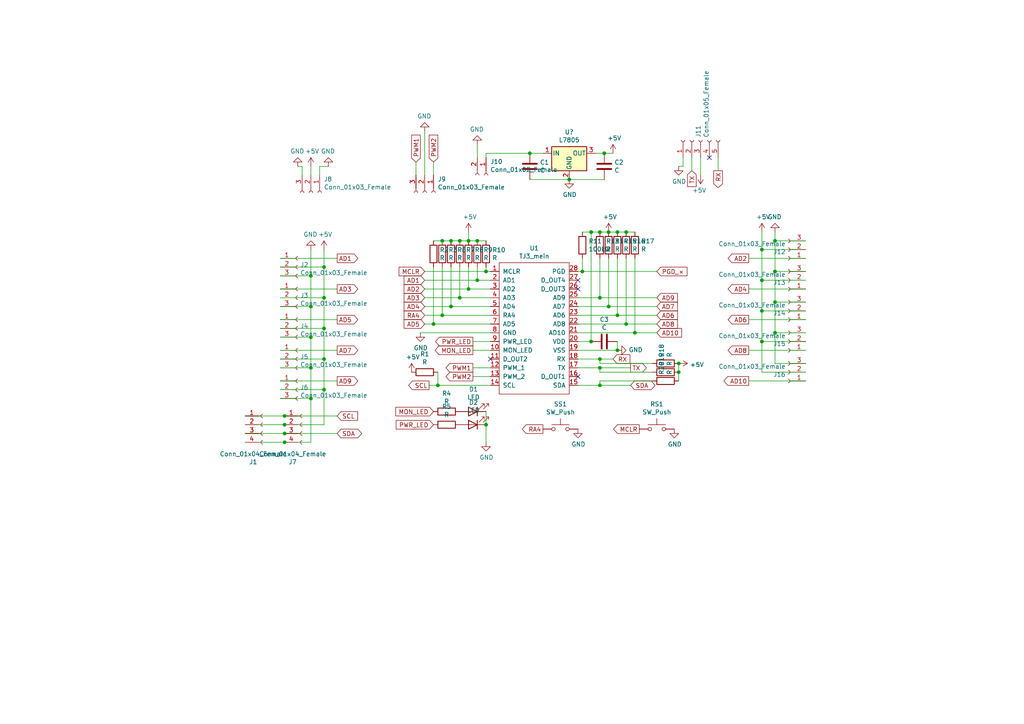
<source format=kicad_sch>
(kicad_sch (version 20211123) (generator eeschema)
  (paper "A4")
  (lib_symbols
    (symbol "Connector:Conn_01x02_Female" (pin_names (offset 1.016) hide)
      (property "Reference" "J" (at 0 2.54 0))
      (property "Value" "Conn_01x02_Female" (at 0 -5.08 0))
      (symbol "Conn_01x02_Female_1_1"
        (arc (start 0 -2.032) (mid -0.508 -2.54) (end 0 -3.048) (stroke (width 0.1524)))
        (polyline (pts (xy -1.27 -2.54) (xy -0.508 -2.54)) (stroke (width 0.1524)))
        (polyline (pts (xy -1.27 0) (xy -0.508 0)) (stroke (width 0.1524)))
        (arc (start 0 0.508) (mid -0.508 0) (end 0 -0.508) (stroke (width 0.1524)))
        (pin passive line (at -5.08 0 0) (length 3.81) (name "Pin_1") (number "1"))
        (pin passive line (at -5.08 -2.54 0) (length 3.81) (name "Pin_2") (number "2"))
      )
    )
    (symbol "Connector:Conn_01x03_Female" (pin_names (offset 1.016) hide)
      (property "Reference" "J" (at 0 5.08 0))
      (property "Value" "Conn_01x03_Female" (at 0 -5.08 0))
      (symbol "Conn_01x03_Female_1_1"
        (arc (start 0 -2.032) (mid -0.508 -2.54) (end 0 -3.048) (stroke (width 0.1524)))
        (polyline (pts (xy -1.27 -2.54) (xy -0.508 -2.54)) (stroke (width 0.1524)))
        (polyline (pts (xy -1.27 0) (xy -0.508 0)) (stroke (width 0.1524)))
        (polyline (pts (xy -1.27 2.54) (xy -0.508 2.54)) (stroke (width 0.1524)))
        (arc (start 0 0.508) (mid -0.508 0) (end 0 -0.508) (stroke (width 0.1524)))
        (arc (start 0 3.048) (mid -0.508 2.54) (end 0 2.032) (stroke (width 0.1524)))
        (pin passive line (at -5.08 2.54 0) (length 3.81) (name "Pin_1") (number "1"))
        (pin passive line (at -5.08 0 0) (length 3.81) (name "Pin_2") (number "2"))
        (pin passive line (at -5.08 -2.54 0) (length 3.81) (name "Pin_3") (number "3"))
      )
    )
    (symbol "Connector:Conn_01x04_Female" (pin_names (offset 1.016) hide)
      (property "Reference" "J" (at 0 5.08 0))
      (property "Value" "Conn_01x04_Female" (at 0 -7.62 0))
      (symbol "Conn_01x04_Female_1_1"
        (arc (start 0 -4.572) (mid -0.508 -5.08) (end 0 -5.588) (stroke (width 0.1524)))
        (arc (start 0 -2.032) (mid -0.508 -2.54) (end 0 -3.048) (stroke (width 0.1524)))
        (polyline (pts (xy -1.27 -5.08) (xy -0.508 -5.08)) (stroke (width 0.1524)))
        (polyline (pts (xy -1.27 -2.54) (xy -0.508 -2.54)) (stroke (width 0.1524)))
        (polyline (pts (xy -1.27 0) (xy -0.508 0)) (stroke (width 0.1524)))
        (polyline (pts (xy -1.27 2.54) (xy -0.508 2.54)) (stroke (width 0.1524)))
        (arc (start 0 0.508) (mid -0.508 0) (end 0 -0.508) (stroke (width 0.1524)))
        (arc (start 0 3.048) (mid -0.508 2.54) (end 0 2.032) (stroke (width 0.1524)))
        (pin passive line (at -5.08 2.54 0) (length 3.81) (name "Pin_1") (number "1"))
        (pin passive line (at -5.08 0 0) (length 3.81) (name "Pin_2") (number "2"))
        (pin passive line (at -5.08 -2.54 0) (length 3.81) (name "Pin_3") (number "3"))
        (pin passive line (at -5.08 -5.08 0) (length 3.81) (name "Pin_4") (number "4"))
      )
    )
    (symbol "Connector:Conn_01x05_Female" (pin_names (offset 1.016) hide)
      (property "Reference" "J" (at 0 7.62 0))
      (property "Value" "Conn_01x05_Female" (at 0 -7.62 0))
      (symbol "Conn_01x05_Female_1_1"
        (arc (start 0 -4.572) (mid -0.508 -5.08) (end 0 -5.588) (stroke (width 0.1524)))
        (arc (start 0 -2.032) (mid -0.508 -2.54) (end 0 -3.048) (stroke (width 0.1524)))
        (polyline (pts (xy -1.27 -5.08) (xy -0.508 -5.08)) (stroke (width 0.1524)))
        (polyline (pts (xy -1.27 -2.54) (xy -0.508 -2.54)) (stroke (width 0.1524)))
        (polyline (pts (xy -1.27 0) (xy -0.508 0)) (stroke (width 0.1524)))
        (polyline (pts (xy -1.27 2.54) (xy -0.508 2.54)) (stroke (width 0.1524)))
        (polyline (pts (xy -1.27 5.08) (xy -0.508 5.08)) (stroke (width 0.1524)))
        (arc (start 0 0.508) (mid -0.508 0) (end 0 -0.508) (stroke (width 0.1524)))
        (arc (start 0 3.048) (mid -0.508 2.54) (end 0 2.032) (stroke (width 0.1524)))
        (arc (start 0 5.588) (mid -0.508 5.08) (end 0 4.572) (stroke (width 0.1524)))
        (pin passive line (at -5.08 5.08 0) (length 3.81) (name "Pin_1") (number "1"))
        (pin passive line (at -5.08 2.54 0) (length 3.81) (name "Pin_2") (number "2"))
        (pin passive line (at -5.08 0 0) (length 3.81) (name "Pin_3") (number "3"))
        (pin passive line (at -5.08 -2.54 0) (length 3.81) (name "Pin_4") (number "4"))
        (pin passive line (at -5.08 -5.08 0) (length 3.81) (name "Pin_5") (number "5"))
      )
    )
    (symbol "Device:C" (pin_numbers hide) (pin_names (offset 0.254))
      (property "Reference" "C" (at 0.635 2.54 0))
      (property "Value" "C" (at 0.635 -2.54 0))
      (symbol "C_0_1"
        (polyline (pts (xy -2.032 -0.762) (xy 2.032 -0.762)) (stroke (width 0.508)))
        (polyline (pts (xy -2.032 0.762) (xy 2.032 0.762)) (stroke (width 0.508)))
      )
      (symbol "C_1_1"
        (pin passive line (at 0 3.81 270) (length 2.794) (name "~") (number "1"))
        (pin passive line (at 0 -3.81 90) (length 2.794) (name "~") (number "2"))
      )
    )
    (symbol "Device:LED" (pin_numbers hide) (pin_names (offset 1.016) hide)
      (property "Reference" "D" (at 0 2.54 0))
      (property "Value" "LED" (at 0 -2.54 0))
      (symbol "LED_0_1"
        (polyline (pts (xy -1.27 -1.27) (xy -1.27 1.27)) (stroke (width 0.254)))
        (polyline (pts (xy -1.27 0) (xy 1.27 0)))
        (polyline (pts (xy 1.27 -1.27) (xy 1.27 1.27) (xy -1.27 0) (xy 1.27 -1.27)) (stroke (width 0.254)))
        (polyline (pts (xy -3.048 -0.762) (xy -4.572 -2.286) (xy -3.81 -2.286) (xy -4.572 -2.286) (xy -4.572 -1.524)))
        (polyline (pts (xy -1.778 -0.762) (xy -3.302 -2.286) (xy -2.54 -2.286) (xy -3.302 -2.286) (xy -3.302 -1.524)))
      )
      (symbol "LED_1_1"
        (pin passive line (at -3.81 0 0) (length 2.54) (name "K") (number "1"))
        (pin passive line (at 3.81 0 180) (length 2.54) (name "A") (number "2"))
      )
    )
    (symbol "Device:R" (pin_numbers hide) (pin_names (offset 0))
      (property "Reference" "R" (at 2.032 0 90))
      (property "Value" "R" (at 0 0 90))
      (symbol "R_0_1"
        (rectangle (start -1.016 -2.54) (end 1.016 2.54) (stroke (width 0.254)))
      )
      (symbol "R_1_1"
        (pin passive line (at 0 3.81 270) (length 1.27) (name "~") (number "1"))
        (pin passive line (at 0 -3.81 90) (length 1.27) (name "~") (number "2"))
      )
    )
    (symbol "Regulator_Linear:L7805" (pin_names (offset 0.254))
      (property "Reference" "U" (at -3.81 3.175 0))
      (property "Value" "L7805" (at 0 3.175 0))
      (symbol "L7805_0_1"
        (rectangle (start -5.08 1.905) (end 5.08 -5.08) (stroke (width 0.254)) (fill (type background)))
      )
      (symbol "L7805_1_1"
        (pin power_in line (at -7.62 0 0) (length 2.54) (name "IN") (number "1"))
        (pin power_in line (at 0 -7.62 90) (length 2.54) (name "GND") (number "2"))
        (pin power_out line (at 7.62 0 180) (length 2.54) (name "OUT") (number "3"))
      )
    )
    (symbol "Switch:SW_Push" (pin_numbers hide) (pin_names (offset 1.016) hide)
      (property "Reference" "SW" (at 1.27 2.54 0))
      (property "Value" "SW_Push" (at 0 -1.524 0))
      (symbol "SW_Push_0_1"
        (circle (center -2.032 0) (radius 0.508))
        (polyline (pts (xy 0 1.27) (xy 0 3.048)))
        (polyline (pts (xy 2.54 1.27) (xy -2.54 1.27)))
        (circle (center 2.032 0) (radius 0.508))
        (pin passive line (at -5.08 0 0) (length 2.54) (name "1") (number "1"))
        (pin passive line (at 5.08 0 180) (length 2.54) (name "2") (number "2"))
      )
    )
    (symbol "TJ3B-rescue:TJ3_mein-TJ3B_mein" (pin_names (offset 1.016))
      (property "Reference" "U" (at 0 19.05 0))
      (property "Value" "TJ3_mein-TJ3B_mein" (at 6.35 19.05 0))
      (symbol "TJ3_mein-TJ3B_mein_0_1"
        (rectangle (start -10.16 17.78) (end 10.16 -20.32))
      )
      (symbol "TJ3_mein-TJ3B_mein_1_1"
        (pin input line (at -12.7 15.24 0) (length 2.54) (name "MCLR") (number "1"))
        (pin input line (at -12.7 -7.62 0) (length 2.54) (name "MON_LED") (number "10"))
        (pin input line (at -12.7 -10.16 0) (length 2.54) (name "D_OUT2") (number "11"))
        (pin input line (at -12.7 -12.7 0) (length 2.54) (name "PWM_1") (number "12"))
        (pin input line (at -12.7 -15.24 0) (length 2.54) (name "PWM_2") (number "13"))
        (pin input line (at -12.7 -17.78 0) (length 2.54) (name "SCL") (number "14"))
        (pin input line (at 12.7 -17.78 180) (length 2.54) (name "SDA") (number "15"))
        (pin input line (at 12.7 -15.24 180) (length 2.54) (name "D_OUT1") (number "16"))
        (pin input line (at 12.7 -12.7 180) (length 2.54) (name "TX") (number "17"))
        (pin input line (at 12.7 -10.16 180) (length 2.54) (name "RX") (number "18"))
        (pin input line (at 12.7 -7.62 180) (length 2.54) (name "VSS") (number "19"))
        (pin input line (at -12.7 12.7 0) (length 2.54) (name "AD1") (number "2"))
        (pin input line (at 12.7 -5.08 180) (length 2.54) (name "VDD") (number "20"))
        (pin input line (at 12.7 -2.54 180) (length 2.54) (name "AD10") (number "21"))
        (pin input line (at 12.7 0 180) (length 2.54) (name "AD8") (number "22"))
        (pin input line (at 12.7 2.54 180) (length 2.54) (name "AD6") (number "23"))
        (pin input line (at 12.7 5.08 180) (length 2.54) (name "AD7") (number "24"))
        (pin input line (at 12.7 7.62 180) (length 2.54) (name "AD9") (number "25"))
        (pin input line (at 12.7 10.16 180) (length 2.54) (name "D_OUT3") (number "26"))
        (pin input line (at 12.7 12.7 180) (length 2.54) (name "D_OUT4") (number "27"))
        (pin input line (at 12.7 15.24 180) (length 2.54) (name "PGD") (number "28"))
        (pin input line (at -12.7 10.16 0) (length 2.54) (name "AD2") (number "3"))
        (pin input line (at -12.7 7.62 0) (length 2.54) (name "AD3") (number "4"))
        (pin input line (at -12.7 5.08 0) (length 2.54) (name "AD4") (number "5"))
        (pin input line (at -12.7 2.54 0) (length 2.54) (name "RA4") (number "6"))
        (pin input line (at -12.7 0 0) (length 2.54) (name "AD5") (number "7"))
        (pin input line (at -12.7 -2.54 0) (length 2.54) (name "GND") (number "8"))
        (pin input line (at -12.7 -5.08 0) (length 2.54) (name "PWR_LED") (number "9"))
      )
    )
    (symbol "power:+5V" (power) (pin_names (offset 0))
      (property "Value" "+5V" (at 0 3.556 0))
      (symbol "+5V_0_1"
        (polyline (pts (xy -0.762 1.27) (xy 0 2.54)))
        (polyline (pts (xy 0 0) (xy 0 2.54)))
        (polyline (pts (xy 0 2.54) (xy 0.762 1.27)))
      )
      (symbol "+5V_1_1"
        (pin power_in line (at 0 0 90) (length 0) hide (name "+5V") (number "1"))
      )
    )
    (symbol "power:GND" (power) (pin_names (offset 0))
      (property "Value" "GND" (at 0 -3.81 0))
      (symbol "GND_0_1"
        (polyline (pts (xy 0 0) (xy 0 -1.27) (xy 1.27 -1.27) (xy 0 -2.54) (xy -1.27 -1.27) (xy 0 -1.27)))
      )
      (symbol "GND_1_1"
        (pin power_in line (at 0 0 270) (length 0) hide (name "GND") (number "1"))
      )
    )
  )
  (junction (at 176.53 88.9))
  (junction (at 93.98 104.14))
  (junction (at 128.27 91.44))
  (junction (at 140.97 78.74))
  (junction (at 173.99 111.76))
  (junction (at 82.55 125.73))
  (junction (at 130.81 88.9))
  (junction (at 135.89 69.85))
  (junction (at 175.26 44.45))
  (junction (at 176.53 67.31))
  (junction (at 220.98 72.39))
  (junction (at 127 111.76))
  (junction (at 138.43 81.28))
  (junction (at 93.98 77.47))
  (junction (at 165.1 52.07))
  (junction (at 90.17 88.9))
  (junction (at 82.55 128.27))
  (junction (at 133.35 86.36))
  (junction (at 224.79 69.85))
  (junction (at 90.17 97.79))
  (junction (at 173.99 67.31))
  (junction (at 224.79 96.52))
  (junction (at 224.79 87.63))
  (junction (at 196.85 107.95))
  (junction (at 138.43 69.85))
  (junction (at 220.98 90.17))
  (junction (at 82.55 123.19))
  (junction (at 196.85 105.41))
  (junction (at 90.17 115.57))
  (junction (at 82.55 120.65))
  (junction (at 93.98 95.25))
  (junction (at 173.99 106.68))
  (junction (at 125.73 93.98))
  (junction (at 181.61 93.98))
  (junction (at 90.17 106.68))
  (junction (at 184.15 96.52))
  (junction (at 93.98 113.03))
  (junction (at 168.91 78.74))
  (junction (at 181.61 67.31))
  (junction (at 179.07 67.31))
  (junction (at 128.27 69.85))
  (junction (at 90.17 80.01))
  (junction (at 133.35 69.85))
  (junction (at 179.07 91.44))
  (junction (at 220.98 99.06))
  (junction (at 153.67 44.45))
  (junction (at 171.45 99.06))
  (junction (at 135.89 83.82))
  (junction (at 220.98 81.28))
  (junction (at 173.99 104.14))
  (junction (at 140.97 123.19))
  (junction (at 130.81 69.85))
  (junction (at 93.98 86.36))
  (junction (at 224.79 78.74))
  (junction (at 173.99 86.36))
  (junction (at 179.07 101.6))
  (junction (at 171.45 67.31))
  (no_connect (at 142.24 104.14))
  (no_connect (at 167.64 109.22))
  (no_connect (at 167.64 81.28))
  (no_connect (at 205.74 45.72))
  (no_connect (at 167.64 83.82))
  (wire (pts (xy 81.28 86.36) (xy 93.98 86.36)))
  (wire (pts (xy 82.55 128.27) (xy 90.17 128.27)))
  (wire (pts (xy 87.63 48.26) (xy 87.63 50.8)))
  (wire (pts (xy 173.99 110.49) (xy 173.99 111.76)))
  (wire (pts (xy 220.98 99.06) (xy 220.98 107.95)))
  (wire (pts (xy 138.43 69.85) (xy 140.97 69.85)))
  (wire (pts (xy 123.19 38.1) (xy 123.19 50.8)))
  (wire (pts (xy 93.98 104.14) (xy 93.98 95.25)))
  (wire (pts (xy 224.79 78.74) (xy 224.79 87.63)))
  (wire (pts (xy 130.81 77.47) (xy 130.81 88.9)))
  (wire (pts (xy 217.17 110.49) (xy 233.68 110.49)))
  (wire (pts (xy 130.81 69.85) (xy 133.35 69.85)))
  (wire (pts (xy 142.24 101.6) (xy 137.16 101.6)))
  (wire (pts (xy 133.35 69.85) (xy 135.89 69.85)))
  (wire (pts (xy 184.15 74.93) (xy 184.15 96.52)))
  (wire (pts (xy 128.27 69.85) (xy 130.81 69.85)))
  (wire (pts (xy 220.98 99.06) (xy 233.68 99.06)))
  (wire (pts (xy 220.98 90.17) (xy 233.68 90.17)))
  (wire (pts (xy 179.07 99.06) (xy 179.07 101.6)))
  (wire (pts (xy 173.99 111.76) (xy 167.64 111.76)))
  (wire (pts (xy 167.64 101.6) (xy 179.07 101.6)))
  (wire (pts (xy 125.73 69.85) (xy 128.27 69.85)))
  (wire (pts (xy 168.91 67.31) (xy 171.45 67.31)))
  (wire (pts (xy 82.55 128.27) (xy 71.12 128.27)))
  (wire (pts (xy 81.28 113.03) (xy 93.98 113.03)))
  (wire (pts (xy 181.61 67.31) (xy 184.15 67.31)))
  (wire (pts (xy 220.98 72.39) (xy 220.98 81.28)))
  (wire (pts (xy 138.43 81.28) (xy 142.24 81.28)))
  (wire (pts (xy 127 107.95) (xy 127 111.76)))
  (wire (pts (xy 224.79 87.63) (xy 233.68 87.63)))
  (wire (pts (xy 135.89 67.31) (xy 135.89 69.85)))
  (wire (pts (xy 123.19 86.36) (xy 133.35 86.36)))
  (wire (pts (xy 123.19 83.82) (xy 135.89 83.82)))
  (wire (pts (xy 135.89 77.47) (xy 135.89 83.82)))
  (wire (pts (xy 220.98 67.31) (xy 220.98 72.39)))
  (wire (pts (xy 140.97 123.19) (xy 140.97 128.27)))
  (wire (pts (xy 142.24 106.68) (xy 137.16 106.68)))
  (wire (pts (xy 123.19 93.98) (xy 125.73 93.98)))
  (wire (pts (xy 217.17 101.6) (xy 233.68 101.6)))
  (wire (pts (xy 181.61 74.93) (xy 181.61 93.98)))
  (wire (pts (xy 176.53 67.31) (xy 179.07 67.31)))
  (wire (pts (xy 82.55 120.65) (xy 71.12 120.65)))
  (wire (pts (xy 220.98 90.17) (xy 220.98 99.06)))
  (wire (pts (xy 81.28 80.01) (xy 90.17 80.01)))
  (wire (pts (xy 90.17 128.27) (xy 90.17 115.57)))
  (wire (pts (xy 190.5 86.36) (xy 173.99 86.36)))
  (wire (pts (xy 93.98 113.03) (xy 93.98 123.19)))
  (wire (pts (xy 81.28 74.93) (xy 97.79 74.93)))
  (wire (pts (xy 167.64 91.44) (xy 179.07 91.44)))
  (wire (pts (xy 198.12 45.72) (xy 198.12 48.26)))
  (wire (pts (xy 184.15 96.52) (xy 190.5 96.52)))
  (wire (pts (xy 165.1 52.07) (xy 175.26 52.07)))
  (wire (pts (xy 135.89 83.82) (xy 142.24 83.82)))
  (wire (pts (xy 92.71 50.8) (xy 92.71 48.26)))
  (wire (pts (xy 173.99 107.95) (xy 173.99 106.68)))
  (wire (pts (xy 168.91 74.93) (xy 168.91 78.74)))
  (wire (pts (xy 93.98 95.25) (xy 93.98 86.36)))
  (wire (pts (xy 196.85 105.41) (xy 196.85 107.95)))
  (wire (pts (xy 189.23 110.49) (xy 173.99 110.49)))
  (wire (pts (xy 175.26 44.45) (xy 177.8 44.45)))
  (wire (pts (xy 135.89 69.85) (xy 138.43 69.85)))
  (wire (pts (xy 176.53 74.93) (xy 176.53 88.9)))
  (wire (pts (xy 189.23 107.95) (xy 173.99 107.95)))
  (wire (pts (xy 179.07 67.31) (xy 181.61 67.31)))
  (wire (pts (xy 224.79 96.52) (xy 224.79 105.41)))
  (wire (pts (xy 140.97 77.47) (xy 140.97 78.74)))
  (wire (pts (xy 176.53 88.9) (xy 190.5 88.9)))
  (wire (pts (xy 140.97 78.74) (xy 142.24 78.74)))
  (wire (pts (xy 220.98 81.28) (xy 233.68 81.28)))
  (wire (pts (xy 203.2 45.72) (xy 203.2 50.8)))
  (wire (pts (xy 173.99 105.41) (xy 173.99 104.14)))
  (wire (pts (xy 167.64 78.74) (xy 168.91 78.74)))
  (wire (pts (xy 90.17 80.01) (xy 90.17 72.39)))
  (wire (pts (xy 172.72 44.45) (xy 175.26 44.45)))
  (wire (pts (xy 196.85 107.95) (xy 196.85 110.49)))
  (wire (pts (xy 220.98 72.39) (xy 233.68 72.39)))
  (wire (pts (xy 179.07 91.44) (xy 190.5 91.44)))
  (wire (pts (xy 138.43 77.47) (xy 138.43 81.28)))
  (wire (pts (xy 81.28 106.68) (xy 90.17 106.68)))
  (wire (pts (xy 93.98 86.36) (xy 93.98 77.47)))
  (wire (pts (xy 153.67 52.07) (xy 165.1 52.07)))
  (wire (pts (xy 125.73 46.99) (xy 125.73 50.8)))
  (wire (pts (xy 224.79 67.31) (xy 224.79 69.85)))
  (wire (pts (xy 81.28 92.71) (xy 97.79 92.71)))
  (wire (pts (xy 167.64 88.9) (xy 176.53 88.9)))
  (wire (pts (xy 123.19 78.74) (xy 140.97 78.74)))
  (wire (pts (xy 93.98 113.03) (xy 93.98 104.14)))
  (wire (pts (xy 81.28 115.57) (xy 90.17 115.57)))
  (wire (pts (xy 224.79 96.52) (xy 233.68 96.52)))
  (wire (pts (xy 90.17 97.79) (xy 90.17 88.9)))
  (wire (pts (xy 93.98 123.19) (xy 82.55 123.19)))
  (wire (pts (xy 153.67 44.45) (xy 157.48 44.45)))
  (wire (pts (xy 217.17 74.93) (xy 233.68 74.93)))
  (wire (pts (xy 220.98 81.28) (xy 220.98 90.17)))
  (wire (pts (xy 137.16 99.06) (xy 142.24 99.06)))
  (wire (pts (xy 81.28 104.14) (xy 93.98 104.14)))
  (wire (pts (xy 177.8 104.14) (xy 173.99 104.14)))
  (wire (pts (xy 142.24 96.52) (xy 121.92 96.52)))
  (wire (pts (xy 128.27 91.44) (xy 142.24 91.44)))
  (wire (pts (xy 224.79 87.63) (xy 224.79 96.52)))
  (wire (pts (xy 173.99 67.31) (xy 176.53 67.31)))
  (wire (pts (xy 190.5 93.98) (xy 181.61 93.98)))
  (wire (pts (xy 130.81 88.9) (xy 142.24 88.9)))
  (wire (pts (xy 93.98 72.39) (xy 93.98 77.47)))
  (wire (pts (xy 189.23 105.41) (xy 173.99 105.41)))
  (wire (pts (xy 90.17 88.9) (xy 90.17 80.01)))
  (wire (pts (xy 125.73 93.98) (xy 142.24 93.98)))
  (wire (pts (xy 81.28 88.9) (xy 90.17 88.9)))
  (wire (pts (xy 123.19 91.44) (xy 128.27 91.44)))
  (wire (pts (xy 125.73 77.47) (xy 125.73 93.98)))
  (wire (pts (xy 224.79 105.41) (xy 233.68 105.41)))
  (wire (pts (xy 224.79 69.85) (xy 224.79 78.74)))
  (wire (pts (xy 90.17 115.57) (xy 90.17 106.68)))
  (wire (pts (xy 171.45 67.31) (xy 173.99 67.31)))
  (wire (pts (xy 198.12 48.26) (xy 196.85 48.26)))
  (wire (pts (xy 224.79 78.74) (xy 233.68 78.74)))
  (wire (pts (xy 82.55 120.65) (xy 97.79 120.65)))
  (wire (pts (xy 173.99 111.76) (xy 182.88 111.76)))
  (wire (pts (xy 140.97 119.38) (xy 140.97 123.19)))
  (wire (pts (xy 128.27 77.47) (xy 128.27 91.44)))
  (wire (pts (xy 168.91 78.74) (xy 190.5 78.74)))
  (wire (pts (xy 173.99 104.14) (xy 167.64 104.14)))
  (wire (pts (xy 217.17 83.82) (xy 233.68 83.82)))
  (wire (pts (xy 81.28 101.6) (xy 97.79 101.6)))
  (wire (pts (xy 167.64 96.52) (xy 184.15 96.52)))
  (wire (pts (xy 173.99 74.93) (xy 173.99 86.36)))
  (wire (pts (xy 82.55 125.73) (xy 71.12 125.73)))
  (wire (pts (xy 123.19 81.28) (xy 138.43 81.28)))
  (wire (pts (xy 81.28 97.79) (xy 90.17 97.79)))
  (wire (pts (xy 81.28 95.25) (xy 93.98 95.25)))
  (wire (pts (xy 173.99 106.68) (xy 167.64 106.68)))
  (wire (pts (xy 127 111.76) (xy 142.24 111.76)))
  (wire (pts (xy 120.65 46.99) (xy 120.65 50.8)))
  (wire (pts (xy 138.43 41.91) (xy 138.43 45.72)))
  (wire (pts (xy 171.45 99.06) (xy 167.64 99.06)))
  (wire (pts (xy 133.35 77.47) (xy 133.35 86.36)))
  (wire (pts (xy 217.17 92.71) (xy 233.68 92.71)))
  (wire (pts (xy 124.46 111.76) (xy 127 111.76)))
  (wire (pts (xy 208.28 45.72) (xy 208.28 49.53)))
  (wire (pts (xy 86.36 48.26) (xy 87.63 48.26)))
  (wire (pts (xy 92.71 48.26) (xy 95.25 48.26)))
  (wire (pts (xy 179.07 74.93) (xy 179.07 91.44)))
  (wire (pts (xy 140.97 44.45) (xy 153.67 44.45)))
  (wire (pts (xy 81.28 77.47) (xy 93.98 77.47)))
  (wire (pts (xy 90.17 106.68) (xy 90.17 97.79)))
  (wire (pts (xy 140.97 45.72) (xy 140.97 44.45)))
  (wire (pts (xy 142.24 109.22) (xy 137.16 109.22)))
  (wire (pts (xy 97.79 125.73) (xy 82.55 125.73)))
  (wire (pts (xy 220.98 107.95) (xy 233.68 107.95)))
  (wire (pts (xy 81.28 110.49) (xy 97.79 110.49)))
  (wire (pts (xy 224.79 69.85) (xy 233.68 69.85)))
  (wire (pts (xy 182.88 106.68) (xy 173.99 106.68)))
  (wire (pts (xy 171.45 67.31) (xy 171.45 99.06)))
  (wire (pts (xy 90.17 48.26) (xy 90.17 50.8)))
  (wire (pts (xy 200.66 45.72) (xy 200.66 49.53)))
  (wire (pts (xy 133.35 86.36) (xy 142.24 86.36)))
  (wire (pts (xy 173.99 86.36) (xy 167.64 86.36)))
  (wire (pts (xy 123.19 88.9) (xy 130.81 88.9)))
  (wire (pts (xy 71.12 123.19) (xy 82.55 123.19)))
  (wire (pts (xy 181.61 93.98) (xy 167.64 93.98)))
  (wire (pts (xy 81.28 83.82) (xy 97.79 83.82)))
  (global_label "SCL" (shape output) (at 124.46 111.76 180) (property "Intersheet References" "${INTERSHEET_REFS}" (effects hide)))
  (global_label "PWM1" (shape input) (at 120.65 46.99 90) (property "Intersheet References" "${INTERSHEET_REFS}" (effects hide)))
  (global_label "PWM2" (shape input) (at 125.73 46.99 90) (property "Intersheet References" "${INTERSHEET_REFS}" (effects hide)))
  (global_label "RA4" (shape input) (at 123.19 91.44 180) (property "Intersheet References" "${INTERSHEET_REFS}" (effects hide)))
  (global_label "TX" (shape output) (at 182.88 106.68 0) (property "Intersheet References" "${INTERSHEET_REFS}" (effects hide)))
  (global_label "AD9" (shape output) (at 97.79 110.49 0) (property "Intersheet References" "${INTERSHEET_REFS}" (effects hide)))
  (global_label "AD5" (shape output) (at 97.79 92.71 0) (property "Intersheet References" "${INTERSHEET_REFS}" (effects hide)))
  (global_label "PWR_LED" (shape input) (at 125.73 123.19 180) (property "Intersheet References" "${INTERSHEET_REFS}" (effects hide)))
  (global_label "SDA" (shape bidirectional) (at 182.88 111.76 0) (property "Intersheet References" "${INTERSHEET_REFS}" (effects hide)))
  (global_label "AD5" (shape input) (at 123.19 93.98 180) (property "Intersheet References" "${INTERSHEET_REFS}" (effects hide)))
  (global_label "AD2" (shape input) (at 123.19 83.82 180) (property "Intersheet References" "${INTERSHEET_REFS}" (effects hide)))
  (global_label "AD4" (shape output) (at 217.17 83.82 180) (property "Intersheet References" "${INTERSHEET_REFS}" (effects hide)))
  (global_label "SCL" (shape input) (at 97.79 120.65 0) (property "Intersheet References" "${INTERSHEET_REFS}" (effects hide)))
  (global_label "MCLR" (shape output) (at 185.42 124.46 180) (property "Intersheet References" "${INTERSHEET_REFS}" (effects hide)))
  (global_label "AD3" (shape output) (at 97.79 83.82 0) (property "Intersheet References" "${INTERSHEET_REFS}" (effects hide)))
  (global_label "AD8" (shape input) (at 190.5 93.98 0) (property "Intersheet References" "${INTERSHEET_REFS}" (effects hide)))
  (global_label "AD1" (shape output) (at 97.79 74.93 0) (property "Intersheet References" "${INTERSHEET_REFS}" (effects hide)))
  (global_label "MCLR" (shape input) (at 123.19 78.74 180) (property "Intersheet References" "${INTERSHEET_REFS}" (effects hide)))
  (global_label "AD2" (shape output) (at 217.17 74.93 180) (property "Intersheet References" "${INTERSHEET_REFS}" (effects hide)))
  (global_label "AD8" (shape output) (at 217.17 101.6 180) (property "Intersheet References" "${INTERSHEET_REFS}" (effects hide)))
  (global_label "PGD_×" (shape input) (at 190.5 78.74 0) (property "Intersheet References" "${INTERSHEET_REFS}" (effects hide)))
  (global_label "AD6" (shape output) (at 217.17 92.71 180) (property "Intersheet References" "${INTERSHEET_REFS}" (effects hide)))
  (global_label "RA4" (shape output) (at 157.48 124.46 180) (property "Intersheet References" "${INTERSHEET_REFS}" (effects hide)))
  (global_label "MON_LED" (shape output) (at 137.16 101.6 180) (property "Intersheet References" "${INTERSHEET_REFS}" (effects hide)))
  (global_label "AD7" (shape output) (at 97.79 101.6 0) (property "Intersheet References" "${INTERSHEET_REFS}" (effects hide)))
  (global_label "AD9" (shape input) (at 190.5 86.36 0) (property "Intersheet References" "${INTERSHEET_REFS}" (effects hide)))
  (global_label "PWM2" (shape output) (at 137.16 109.22 180) (property "Intersheet References" "${INTERSHEET_REFS}" (effects hide)))
  (global_label "AD10" (shape input) (at 190.5 96.52 0) (property "Intersheet References" "${INTERSHEET_REFS}" (effects hide)))
  (global_label "AD6" (shape input) (at 190.5 91.44 0) (property "Intersheet References" "${INTERSHEET_REFS}" (effects hide)))
  (global_label "RX" (shape output) (at 208.28 49.53 270) (property "Intersheet References" "${INTERSHEET_REFS}" (effects hide)))
  (global_label "AD3" (shape input) (at 123.19 86.36 180) (property "Intersheet References" "${INTERSHEET_REFS}" (effects hide)))
  (global_label "RX" (shape input) (at 177.8 104.14 0) (property "Intersheet References" "${INTERSHEET_REFS}" (effects hide)))
  (global_label "PWM1" (shape output) (at 137.16 106.68 180) (property "Intersheet References" "${INTERSHEET_REFS}" (effects hide)))
  (global_label "TX" (shape input) (at 200.66 49.53 270) (property "Intersheet References" "${INTERSHEET_REFS}" (effects hide)))
  (global_label "AD10" (shape output) (at 217.17 110.49 180) (property "Intersheet References" "${INTERSHEET_REFS}" (effects hide)))
  (global_label "AD4" (shape input) (at 123.19 88.9 180) (property "Intersheet References" "${INTERSHEET_REFS}" (effects hide)))
  (global_label "MON_LED" (shape input) (at 125.73 119.38 180) (property "Intersheet References" "${INTERSHEET_REFS}" (effects hide)))
  (global_label "SDA" (shape bidirectional) (at 97.79 125.73 0) (property "Intersheet References" "${INTERSHEET_REFS}" (effects hide)))
  (global_label "AD1" (shape input) (at 123.19 81.28 180) (property "Intersheet References" "${INTERSHEET_REFS}" (effects hide)))
  (global_label "AD7" (shape input) (at 190.5 88.9 0) (property "Intersheet References" "${INTERSHEET_REFS}" (effects hide)))
  (global_label "PWR_LED" (shape output) (at 137.16 99.06 180) (property "Intersheet References" "${INTERSHEET_REFS}" (effects hide)))
  (symbol (lib_id "TJ3B-rescue:TJ3_mein-TJ3B_mein") (at 154.94 93.98 0) (unit 1)
    (property "Reference" "U1" (at 154.94 72.009 0))
    (property "Value" "TJ3_mein" (at 154.94 74.3204 0))
    (property "Footprint" "Package_DIP:DIP-28_W7.62mm_Socket" (effects hide))
  )
  (symbol (lib_id "power:GND") (at 121.92 96.52 0) (unit 1)
    (property "Reference" "#PWR07" (effects hide))
    (property "Value" "GND" (at 122.047 100.9142 0))
  )
  (symbol (lib_id "power:+5V") (at 135.89 67.31 0) (unit 1)
    (property "Reference" "#PWR09" (effects hide))
    (property "Value" "+5V" (at 136.271 62.9158 0))
  )
  (symbol (lib_id "Device:R") (at 140.97 73.66 180) (unit 1)
    (property "Reference" "R10" (at 142.748 72.4916 0) (effects (justify right)))
    (property "Value" "R" (at 142.748 74.803 0) (effects (justify right)))
    (property "Footprint" "Resistor_THT:R_Axial_DIN0204_L3.6mm_D1.6mm_P5.08mm_Horizontal" (effects hide))
  )
  (symbol (lib_id "Device:R") (at 138.43 73.66 0) (unit 1)
    (property "Reference" "R9" (at 140.208 72.4916 0) (effects (justify left)))
    (property "Value" "R" (at 140.208 74.803 0) (effects (justify left)))
    (property "Footprint" "Resistor_THT:R_Axial_DIN0204_L3.6mm_D1.6mm_P5.08mm_Horizontal" (effects hide))
  )
  (symbol (lib_id "Device:R") (at 135.89 73.66 0) (unit 1)
    (property "Reference" "R8" (at 137.668 72.4916 0) (effects (justify left)))
    (property "Value" "R" (at 137.668 74.803 0) (effects (justify left)))
    (property "Footprint" "Resistor_THT:R_Axial_DIN0204_L3.6mm_D1.6mm_P5.08mm_Horizontal" (effects hide))
  )
  (symbol (lib_id "Device:R") (at 133.35 73.66 0) (unit 1)
    (property "Reference" "R7" (at 135.128 72.4916 0) (effects (justify left)))
    (property "Value" "R" (at 135.128 74.803 0) (effects (justify left)))
    (property "Footprint" "Resistor_THT:R_Axial_DIN0204_L3.6mm_D1.6mm_P5.08mm_Horizontal" (effects hide))
  )
  (symbol (lib_id "Device:R") (at 130.81 73.66 0) (unit 1)
    (property "Reference" "R6" (at 132.588 72.4916 0) (effects (justify left)))
    (property "Value" "R" (at 132.588 74.803 0) (effects (justify left)))
    (property "Footprint" "Resistor_THT:R_Axial_DIN0204_L3.6mm_D1.6mm_P5.08mm_Horizontal" (effects hide))
  )
  (symbol (lib_id "Device:R") (at 128.27 73.66 0) (unit 1)
    (property "Reference" "R3" (at 130.048 72.4916 0) (effects (justify left)))
    (property "Value" "R" (at 130.048 74.803 0) (effects (justify left)))
    (property "Footprint" "Resistor_THT:R_Axial_DIN0204_L3.6mm_D1.6mm_P5.08mm_Horizontal" (effects hide))
  )
  (symbol (lib_id "Device:R") (at 125.73 73.66 0) (unit 1)
    (property "Reference" "R2" (at 127.508 72.4916 0) (effects (justify left)))
    (property "Value" "R" (at 127.508 74.803 0) (effects (justify left)))
    (property "Footprint" "Resistor_THT:R_Axial_DIN0204_L3.6mm_D1.6mm_P5.08mm_Horizontal" (effects hide))
  )
  (symbol (lib_id "power:+5V") (at 119.38 107.95 0) (unit 1)
    (property "Reference" "#PWR06" (effects hide))
    (property "Value" "+5V" (at 119.761 103.5558 0))
  )
  (symbol (lib_id "Device:R") (at 123.19 107.95 270) (unit 1)
    (property "Reference" "R1" (at 123.19 102.6922 90))
    (property "Value" "R" (at 123.19 105.0036 90))
    (property "Footprint" "Resistor_THT:R_Axial_DIN0204_L3.6mm_D1.6mm_P5.08mm_Horizontal" (effects hide))
  )
  (symbol (lib_id "power:+5V") (at 176.53 67.31 0) (unit 1)
    (property "Reference" "#PWR014" (effects hide))
    (property "Value" "+5V" (at 176.911 62.9158 0))
  )
  (symbol (lib_id "Device:R") (at 168.91 71.12 0) (unit 1)
    (property "Reference" "R11" (at 170.688 69.9516 0) (effects (justify left)))
    (property "Value" "100kΩ" (at 170.688 72.263 0) (effects (justify left)))
    (property "Footprint" "Resistor_THT:R_Axial_DIN0204_L3.6mm_D1.6mm_P5.08mm_Horizontal" (effects hide))
  )
  (symbol (lib_id "Device:R") (at 173.99 71.12 0) (unit 1)
    (property "Reference" "R13" (at 175.768 69.9516 0) (effects (justify left)))
    (property "Value" "R" (at 175.768 72.263 0) (effects (justify left)))
    (property "Footprint" "Resistor_THT:R_Axial_DIN0204_L3.6mm_D1.6mm_P5.08mm_Horizontal" (effects hide))
  )
  (symbol (lib_id "Device:R") (at 176.53 71.12 0) (unit 1)
    (property "Reference" "R14" (at 178.308 69.9516 0) (effects (justify left)))
    (property "Value" "R" (at 178.308 72.263 0) (effects (justify left)))
    (property "Footprint" "Resistor_THT:R_Axial_DIN0204_L3.6mm_D1.6mm_P5.08mm_Horizontal" (effects hide))
  )
  (symbol (lib_id "Device:R") (at 179.07 71.12 0) (unit 1)
    (property "Reference" "R15" (at 180.848 69.9516 0) (effects (justify left)))
    (property "Value" "R" (at 180.848 72.263 0) (effects (justify left)))
    (property "Footprint" "Resistor_THT:R_Axial_DIN0204_L3.6mm_D1.6mm_P5.08mm_Horizontal" (effects hide))
  )
  (symbol (lib_id "Device:R") (at 181.61 71.12 0) (unit 1)
    (property "Reference" "R16" (at 183.388 69.9516 0) (effects (justify left)))
    (property "Value" "R" (at 183.388 72.263 0) (effects (justify left)))
    (property "Footprint" "Resistor_THT:R_Axial_DIN0204_L3.6mm_D1.6mm_P5.08mm_Horizontal" (effects hide))
  )
  (symbol (lib_id "Device:R") (at 184.15 71.12 180) (unit 1)
    (property "Reference" "R17" (at 185.928 69.9516 0) (effects (justify right)))
    (property "Value" "R" (at 185.928 72.263 0) (effects (justify right)))
    (property "Footprint" "Resistor_THT:R_Axial_DIN0204_L3.6mm_D1.6mm_P5.08mm_Horizontal" (effects hide))
  )
  (symbol (lib_id "power:+5V") (at 196.85 105.41 270) (unit 1)
    (property "Reference" "#PWR019" (effects hide))
    (property "Value" "+5V" (at 200.1012 105.791 90) (effects (justify left)))
  )
  (symbol (lib_id "Device:R") (at 193.04 110.49 90) (unit 1)
    (property "Reference" "R20" (at 191.8716 108.712 0) (effects (justify left)))
    (property "Value" "R" (at 194.183 108.712 0) (effects (justify left)))
    (property "Footprint" "Resistor_THT:R_Axial_DIN0204_L3.6mm_D1.6mm_P5.08mm_Horizontal" (effects hide))
  )
  (symbol (lib_id "Device:R") (at 193.04 107.95 90) (unit 1)
    (property "Reference" "R19" (at 191.8716 106.172 0) (effects (justify left)))
    (property "Value" "R" (at 194.183 106.172 0) (effects (justify left)))
    (property "Footprint" "Resistor_THT:R_Axial_DIN0204_L3.6mm_D1.6mm_P5.08mm_Horizontal" (effects hide))
  )
  (symbol (lib_id "Device:R") (at 193.04 105.41 270) (unit 1)
    (property "Reference" "R18" (at 191.8716 103.632 0) (effects (justify right)))
    (property "Value" "R" (at 194.183 103.632 0) (effects (justify right)))
    (property "Footprint" "Resistor_THT:R_Axial_DIN0204_L3.6mm_D1.6mm_P5.08mm_Horizontal" (effects hide))
  )
  (symbol (lib_id "Switch:SW_Push") (at 162.56 124.46 0) (unit 1)
    (property "Reference" "SS1" (at 162.56 117.221 0))
    (property "Value" "SW_Push" (at 162.56 119.5324 0))
    (property "Footprint" "Button_Switch_THT:SW_PUSH_6mm" (effects hide))
  )
  (symbol (lib_id "power:GND") (at 167.64 124.46 0) (unit 1)
    (property "Reference" "#PWR013" (effects hide))
    (property "Value" "GND" (at 167.767 128.8542 0))
  )
  (symbol (lib_id "power:GND") (at 179.07 101.6 90) (unit 1)
    (property "Reference" "#PWR016" (effects hide))
    (property "Value" "GND" (at 182.3212 101.473 90) (effects (justify right)))
  )
  (symbol (lib_id "Device:C") (at 175.26 99.06 270) (unit 1)
    (property "Reference" "C3" (at 175.26 92.6592 90))
    (property "Value" "C" (at 175.26 94.9706 90))
    (property "Footprint" "Capacitor_THT:C_Disc_D3.0mm_W1.6mm_P2.50mm" (effects hide))
  )
  (symbol (lib_id "Connector:Conn_01x03_Female") (at 228.6 107.95 180) (unit 1)
    (property "Reference" "J16" (at 227.8888 108.6104 0) (effects (justify left)))
    (property "Value" "Conn_01x03_Female" (at 227.8888 106.299 0) (effects (justify left)))
    (property "Footprint" "Connector_JST:JST_XH_B3B-XH-A_1x03_P2.50mm_Vertical" (effects hide))
  )
  (symbol (lib_id "power:+5V") (at 220.98 67.31 0) (unit 1)
    (property "Reference" "#PWR021" (effects hide))
    (property "Value" "+5V" (at 221.361 62.9158 0))
  )
  (symbol (lib_id "power:GND") (at 224.79 67.31 180) (unit 1)
    (property "Reference" "#PWR022" (effects hide))
    (property "Value" "GND" (at 224.663 62.9158 0))
  )
  (symbol (lib_id "Switch:SW_Push") (at 190.5 124.46 0) (unit 1)
    (property "Reference" "RS1" (at 190.5 117.221 0))
    (property "Value" "SW_Push" (at 190.5 119.5324 0))
    (property "Footprint" "Button_Switch_THT:SW_PUSH_6mm" (effects hide))
  )
  (symbol (lib_id "power:GND") (at 195.58 124.46 0) (unit 1)
    (property "Reference" "#PWR017" (effects hide))
    (property "Value" "GND" (at 195.707 128.8542 0))
  )
  (symbol (lib_id "Connector:Conn_01x03_Female") (at 228.6 99.06 180) (unit 1)
    (property "Reference" "J15" (at 227.8888 99.7204 0) (effects (justify left)))
    (property "Value" "Conn_01x03_Female" (at 227.8888 97.409 0) (effects (justify left)))
    (property "Footprint" "Connector_JST:JST_XH_B3B-XH-A_1x03_P2.50mm_Vertical" (effects hide))
  )
  (symbol (lib_id "Connector:Conn_01x03_Female") (at 228.6 90.17 180) (unit 1)
    (property "Reference" "J14" (at 227.8888 90.8304 0) (effects (justify left)))
    (property "Value" "Conn_01x03_Female" (at 227.8888 88.519 0) (effects (justify left)))
    (property "Footprint" "Connector_JST:JST_XH_B3B-XH-A_1x03_P2.50mm_Vertical" (effects hide))
  )
  (symbol (lib_id "Connector:Conn_01x03_Female") (at 228.6 81.28 180) (unit 1)
    (property "Reference" "J13" (at 227.8888 81.9404 0) (effects (justify left)))
    (property "Value" "Conn_01x03_Female" (at 227.8888 79.629 0) (effects (justify left)))
    (property "Footprint" "Connector_JST:JST_XH_B3B-XH-A_1x03_P2.50mm_Vertical" (effects hide))
  )
  (symbol (lib_id "Connector:Conn_01x03_Female") (at 228.6 72.39 180) (unit 1)
    (property "Reference" "J12" (at 227.8888 73.0504 0) (effects (justify left)))
    (property "Value" "Conn_01x03_Female" (at 227.8888 70.739 0) (effects (justify left)))
    (property "Footprint" "Connector_JST:JST_XH_B3B-XH-A_1x03_P2.50mm_Vertical" (effects hide))
  )
  (symbol (lib_id "Device:R") (at 129.54 119.38 270) (unit 1)
    (property "Reference" "R4" (at 129.54 114.1222 90))
    (property "Value" "R" (at 129.54 116.4336 90))
    (property "Footprint" "Resistor_THT:R_Axial_DIN0204_L3.6mm_D1.6mm_P5.08mm_Horizontal" (effects hide))
  )
  (symbol (lib_id "Device:R") (at 129.54 123.19 270) (unit 1)
    (property "Reference" "R5" (at 129.54 117.9322 90))
    (property "Value" "R" (at 129.54 120.2436 90))
    (property "Footprint" "Resistor_THT:R_Axial_DIN0204_L3.6mm_D1.6mm_P5.08mm_Horizontal" (effects hide))
  )
  (symbol (lib_id "Device:LED") (at 137.16 119.38 180) (unit 1)
    (property "Reference" "D1" (at 137.3378 112.903 0))
    (property "Value" "LED" (at 137.3378 115.2144 0))
    (property "Footprint" "LED_THT:LED_D3.0mm" (effects hide))
  )
  (symbol (lib_id "Device:LED") (at 137.16 123.19 180) (unit 1)
    (property "Reference" "D2" (at 137.3378 116.713 0))
    (property "Value" "LED" (at 137.3378 119.0244 0))
    (property "Footprint" "LED_THT:LED_D3.0mm" (effects hide))
  )
  (symbol (lib_id "power:GND") (at 140.97 128.27 0) (unit 1)
    (property "Reference" "#PWR011" (effects hide))
    (property "Value" "GND" (at 141.097 132.6642 0))
  )
  (symbol (lib_id "Connector:Conn_01x02_Female") (at 140.97 50.8 270) (unit 1)
    (property "Reference" "J10" (at 142.1892 46.8884 90) (effects (justify left)))
    (property "Value" "Conn_01x02_Female" (at 142.1892 49.1998 90) (effects (justify left)))
    (property "Footprint" "Connector_JST:JST_XH_B2B-XH-A_1x02_P2.50mm_Vertical" (effects hide))
  )
  (symbol (lib_id "power:GND") (at 138.43 41.91 180) (unit 1)
    (property "Reference" "#PWR010" (effects hide))
    (property "Value" "GND" (at 138.303 37.5158 0))
  )
  (symbol (lib_id "Connector:Conn_01x05_Female") (at 203.2 40.64 90) (unit 1)
    (property "Reference" "J11" (at 202.5396 39.9288 0) (effects (justify left)))
    (property "Value" "Conn_01x05_Female" (at 204.851 39.9288 0) (effects (justify left)))
    (property "Footprint" "Connector_JST:JST_XH_B5B-XH-A_1x05_P2.50mm_Vertical" (effects hide))
  )
  (symbol (lib_id "Connector:Conn_01x03_Female") (at 86.36 77.47 0) (unit 1)
    (property "Reference" "J2" (at 87.0712 76.8096 0) (effects (justify left)))
    (property "Value" "Conn_01x03_Female" (at 87.0712 79.121 0) (effects (justify left)))
    (property "Footprint" "Connector_JST:JST_XH_B3B-XH-A_1x03_P2.50mm_Vertical" (effects hide))
  )
  (symbol (lib_id "power:+5V") (at 93.98 72.39 0) (unit 1)
    (property "Reference" "#PWR04" (effects hide))
    (property "Value" "+5V" (at 94.361 67.9958 0))
  )
  (symbol (lib_id "power:GND") (at 90.17 72.39 180) (unit 1)
    (property "Reference" "#PWR03" (effects hide))
    (property "Value" "GND" (at 90.043 67.9958 0))
  )
  (symbol (lib_id "Connector:Conn_01x03_Female") (at 86.36 86.36 0) (unit 1)
    (property "Reference" "J3" (at 87.0712 85.6996 0) (effects (justify left)))
    (property "Value" "Conn_01x03_Female" (at 87.0712 88.011 0) (effects (justify left)))
    (property "Footprint" "Connector_JST:JST_XH_B3B-XH-A_1x03_P2.50mm_Vertical" (effects hide))
  )
  (symbol (lib_id "Connector:Conn_01x03_Female") (at 86.36 95.25 0) (unit 1)
    (property "Reference" "J4" (at 87.0712 94.5896 0) (effects (justify left)))
    (property "Value" "Conn_01x03_Female" (at 87.0712 96.901 0) (effects (justify left)))
    (property "Footprint" "Connector_JST:JST_XH_B3B-XH-A_1x03_P2.50mm_Vertical" (effects hide))
  )
  (symbol (lib_id "Connector:Conn_01x03_Female") (at 86.36 104.14 0) (unit 1)
    (property "Reference" "J5" (at 87.0712 103.4796 0) (effects (justify left)))
    (property "Value" "Conn_01x03_Female" (at 87.0712 105.791 0) (effects (justify left)))
    (property "Footprint" "Connector_JST:JST_XH_B3B-XH-A_1x03_P2.50mm_Vertical" (effects hide))
  )
  (symbol (lib_id "Connector:Conn_01x03_Female") (at 86.36 113.03 0) (unit 1)
    (property "Reference" "J6" (at 87.0712 112.3696 0) (effects (justify left)))
    (property "Value" "Conn_01x03_Female" (at 87.0712 114.681 0) (effects (justify left)))
    (property "Footprint" "Connector_JST:JST_XH_B3B-XH-A_1x03_P2.50mm_Vertical" (effects hide))
  )
  (symbol (lib_id "power:GND") (at 165.1 52.07 0) (unit 1)
    (property "Reference" "#PWR012" (effects hide))
    (property "Value" "GND" (at 165.227 56.4642 0))
  )
  (symbol (lib_id "power:+5V") (at 177.8 44.45 0) (unit 1)
    (property "Reference" "#PWR015" (effects hide))
    (property "Value" "+5V" (at 178.181 40.0558 0))
  )
  (symbol (lib_id "Device:C") (at 153.67 48.26 0) (unit 1)
    (property "Reference" "C1" (at 156.591 47.0916 0) (effects (justify left)))
    (property "Value" "C" (at 156.591 49.403 0) (effects (justify left)))
    (property "Footprint" "Capacitor_THT:C_Disc_D3.0mm_W1.6mm_P2.50mm" (effects hide))
  )
  (symbol (lib_id "Device:C") (at 175.26 48.26 0) (unit 1)
    (property "Reference" "C2" (at 178.181 47.0916 0) (effects (justify left)))
    (property "Value" "C" (at 178.181 49.403 0) (effects (justify left)))
    (property "Footprint" "Capacitor_THT:CP_Radial_D5.0mm_P2.00mm" (effects hide))
  )
  (symbol (lib_id "Connector:Conn_01x03_Female") (at 90.17 55.88 270) (unit 1)
    (property "Reference" "J8" (at 93.9292 51.9684 90) (effects (justify left)))
    (property "Value" "Conn_01x03_Female" (at 93.9292 54.2798 90) (effects (justify left)))
    (property "Footprint" "Connector_JST:JST_XH_B3B-XH-A_1x03_P2.50mm_Vertical" (effects hide))
  )
  (symbol (lib_id "Connector:Conn_01x03_Female") (at 123.19 55.88 270) (unit 1)
    (property "Reference" "J9" (at 126.9492 51.9684 90) (effects (justify left)))
    (property "Value" "Conn_01x03_Female" (at 126.9492 54.2798 90) (effects (justify left)))
    (property "Footprint" "Connector_JST:JST_XH_B3B-XH-A_1x03_P2.50mm_Vertical" (effects hide))
  )
  (symbol (lib_id "power:+5V") (at 90.17 48.26 0) (unit 1)
    (property "Reference" "#PWR02" (effects hide))
    (property "Value" "+5V" (at 90.551 43.8658 0))
  )
  (symbol (lib_id "power:GND") (at 196.85 48.26 0) (unit 1)
    (property "Reference" "#PWR018" (effects hide))
    (property "Value" "GND" (at 196.977 52.6542 0))
  )
  (symbol (lib_id "power:GND") (at 95.25 48.26 180) (unit 1)
    (property "Reference" "#PWR05" (effects hide))
    (property "Value" "GND" (at 95.123 43.8658 0))
  )
  (symbol (lib_id "power:GND") (at 86.36 48.26 180) (unit 1)
    (property "Reference" "#PWR01" (effects hide))
    (property "Value" "GND" (at 86.233 43.8658 0))
  )
  (symbol (lib_id "power:+5V") (at 203.2 50.8 180) (unit 1)
    (property "Reference" "#PWR020" (effects hide))
    (property "Value" "+5V" (at 202.819 55.1942 0))
  )
  (symbol (lib_id "Connector:Conn_01x04_Female") (at 76.2 123.19 0) (unit 1)
    (property "Reference" "J1" (at 73.4568 133.985 0))
    (property "Value" "Conn_01x04_Female" (at 73.4568 131.6736 0))
    (property "Footprint" "Connector_JST:JST_XH_B4B-XH-A_1x04_P2.50mm_Vertical" (effects hide))
  )
  (symbol (lib_id "Connector:Conn_01x04_Female") (at 87.63 123.19 0) (unit 1)
    (property "Reference" "J7" (at 84.8868 133.985 0))
    (property "Value" "Conn_01x04_Female" (at 84.8868 131.6736 0))
    (property "Footprint" "Connector_JST:JST_XH_B4B-XH-A_1x04_P2.50mm_Vertical" (effects hide))
  )
  (symbol (lib_id "power:GND") (at 123.19 38.1 180) (unit 1)
    (property "Reference" "#PWR08" (effects hide))
    (property "Value" "GND" (at 123.063 33.7058 0))
  )
  (symbol (lib_id "Regulator_Linear:L7805") (at 165.1 44.45 0) (unit 1)
    (property "Reference" "U?" (at 165.1 38.3032 0))
    (property "Value" "L7805" (at 165.1 40.6146 0))
    (property "Datasheet" "http://www.st.com/content/ccc/resource/technical/document/datasheet/41/4f/b3/b0/12/d4/47/88/CD00000444.pdf/files/CD00000444.pdf/jcr:content/translations/en.CD00000444.pdf" (effects hide))
  )
)
</source>
